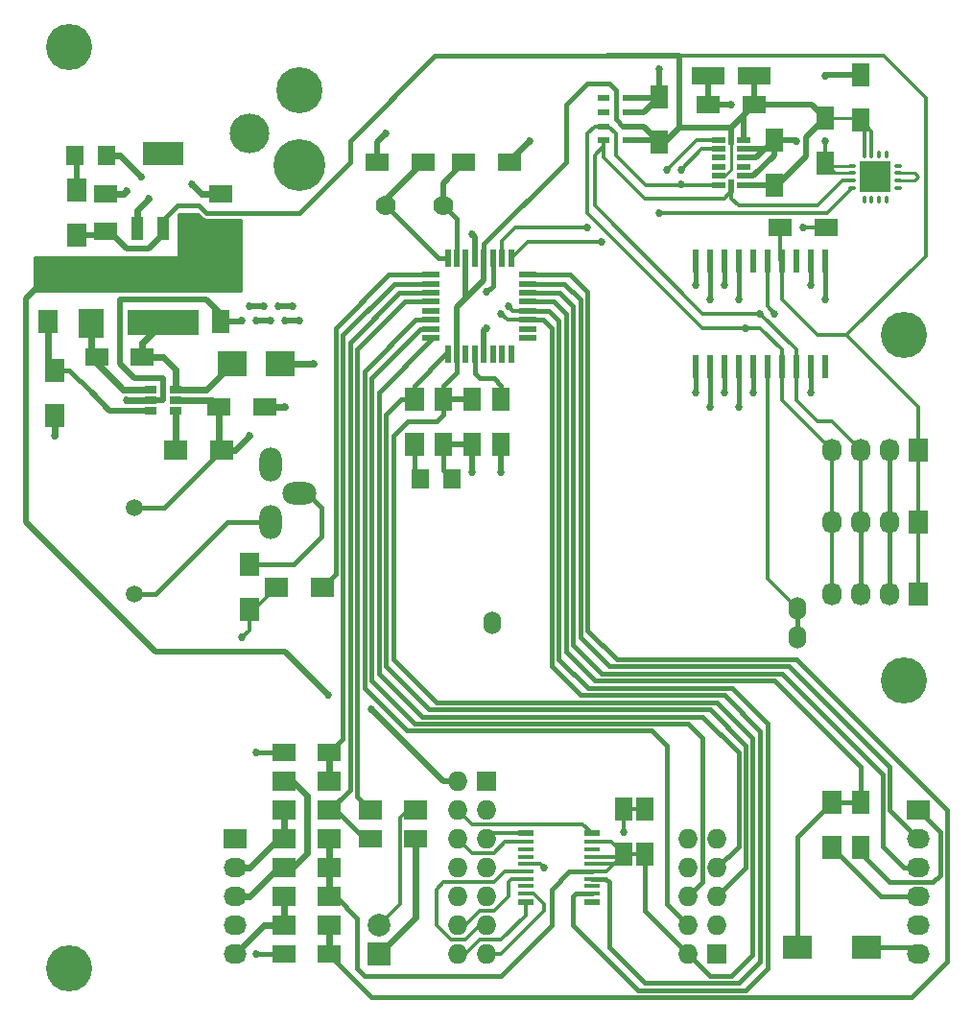
<source format=gbr>
G04 #@! TF.FileFunction,Copper,L1,Top,Signal*
%FSLAX46Y46*%
G04 Gerber Fmt 4.6, Leading zero omitted, Abs format (unit mm)*
G04 Created by KiCad (PCBNEW 4.0.2-stable) date 5/4/2016 5:53:34 PM*
%MOMM*%
G01*
G04 APERTURE LIST*
%ADD10C,0.127000*%
%ADD11O,2.999740X1.998980*%
%ADD12O,1.998980X2.999740*%
%ADD13R,2.000000X2.000000*%
%ADD14C,2.000000*%
%ADD15O,1.524000X2.032000*%
%ADD16R,2.000000X1.600000*%
%ADD17R,2.032000X1.524000*%
%ADD18R,1.600000X2.000000*%
%ADD19R,1.727200X2.032000*%
%ADD20O,1.727200X2.032000*%
%ADD21R,1.727200X1.727200*%
%ADD22O,1.727200X1.727200*%
%ADD23R,2.000000X1.700000*%
%ADD24R,1.700000X2.000000*%
%ADD25R,3.657600X2.032000*%
%ADD26R,1.016000X2.032000*%
%ADD27R,0.600000X2.000000*%
%ADD28R,1.350000X0.600000*%
%ADD29R,1.350000X0.400000*%
%ADD30C,1.500000*%
%ADD31R,2.999740X1.501140*%
%ADD32R,6.300000X2.200000*%
%ADD33O,0.800000X0.350000*%
%ADD34O,0.350000X0.800000*%
%ADD35R,1.350000X1.350000*%
%ADD36R,0.550000X1.145000*%
%ADD37R,1.145000X0.550000*%
%ADD38R,1.060000X0.650000*%
%ADD39R,1.100000X0.600000*%
%ADD40R,1.597660X1.800860*%
%ADD41R,0.550000X1.600000*%
%ADD42R,1.600000X0.550000*%
%ADD43R,2.500000X2.000000*%
%ADD44C,1.778000*%
%ADD45R,2.032000X1.727200*%
%ADD46O,2.032000X1.727200*%
%ADD47O,4.572000X4.572000*%
%ADD48O,4.064000X4.064000*%
%ADD49O,3.500120X3.500120*%
%ADD50R,2.499360X2.301240*%
%ADD51R,2.301240X2.499360*%
%ADD52C,4.064000*%
%ADD53C,0.685800*%
%ADD54C,0.400000*%
%ADD55C,0.300000*%
%ADD56C,0.600000*%
%ADD57C,0.500000*%
%ADD58C,0.254000*%
G04 APERTURE END LIST*
D10*
D11*
X63500000Y-125730000D03*
D12*
X60960000Y-123190000D03*
X60960000Y-128270000D03*
D13*
X70485000Y-166370000D03*
D14*
X70485000Y-163830000D03*
D15*
X107429300Y-135890000D03*
X80530700Y-137160000D03*
X107429300Y-138430000D03*
D16*
X105950000Y-102235000D03*
X109950000Y-102235000D03*
D17*
X56515000Y-102616000D03*
X56515000Y-99314000D03*
X46355000Y-102616000D03*
X46355000Y-99314000D03*
D18*
X93980000Y-153575000D03*
X93980000Y-157575000D03*
X92075000Y-153575000D03*
X92075000Y-157575000D03*
D19*
X118110000Y-134620000D03*
D20*
X115570000Y-134620000D03*
X113030000Y-134620000D03*
X110490000Y-134620000D03*
D19*
X118110000Y-121920000D03*
D20*
X115570000Y-121920000D03*
X113030000Y-121920000D03*
X110490000Y-121920000D03*
D19*
X118110000Y-128270000D03*
D20*
X115570000Y-128270000D03*
X113030000Y-128270000D03*
X110490000Y-128270000D03*
D21*
X80010000Y-151130000D03*
D22*
X77470000Y-151130000D03*
X80010000Y-153670000D03*
X77470000Y-153670000D03*
X80010000Y-156210000D03*
X77470000Y-156210000D03*
X80010000Y-158750000D03*
X77470000Y-158750000D03*
X80010000Y-161290000D03*
X77470000Y-161290000D03*
X80010000Y-163830000D03*
X77470000Y-163830000D03*
X80010000Y-166370000D03*
X77470000Y-166370000D03*
D23*
X65500000Y-133985000D03*
X61500000Y-133985000D03*
X69755000Y-153670000D03*
X73755000Y-153670000D03*
D24*
X59055000Y-131985000D03*
X59055000Y-135985000D03*
D25*
X51435000Y-95758000D03*
D26*
X51435000Y-102362000D03*
X53721000Y-102362000D03*
X49149000Y-102362000D03*
D27*
X109855000Y-114505000D03*
X109855000Y-105205000D03*
X108585000Y-114505000D03*
X108585000Y-105205000D03*
X107315000Y-114505000D03*
X107315000Y-105205000D03*
X106045000Y-114505000D03*
X106045000Y-105205000D03*
X104775000Y-114505000D03*
X104775000Y-105205000D03*
X103505000Y-114505000D03*
X103505000Y-105205000D03*
X102235000Y-114505000D03*
X102235000Y-105205000D03*
X100965000Y-114505000D03*
X100965000Y-105205000D03*
X99695000Y-114505000D03*
X99695000Y-105205000D03*
X98425000Y-114505000D03*
X98425000Y-105205000D03*
D28*
X83435000Y-161775000D03*
X89285000Y-161775000D03*
D29*
X83435000Y-161025000D03*
X89285000Y-161025000D03*
X83435000Y-160375000D03*
X89285000Y-160375000D03*
X83435000Y-159725000D03*
X89285000Y-159725000D03*
X83435000Y-159075000D03*
X89285000Y-159075000D03*
X83435000Y-158425000D03*
X89285000Y-158425000D03*
X83435000Y-157775000D03*
X89285000Y-157775000D03*
X83435000Y-157125000D03*
X89285000Y-157125000D03*
X83435000Y-156475000D03*
X89285000Y-156475000D03*
D28*
X83435000Y-155725000D03*
X89285000Y-155725000D03*
D30*
X48895000Y-134610000D03*
X48895000Y-127010000D03*
D23*
X62135000Y-151130000D03*
X66135000Y-151130000D03*
D18*
X109855000Y-92615000D03*
X109855000Y-96615000D03*
D31*
X99601020Y-88900000D03*
X103598980Y-88900000D03*
D18*
X105410000Y-98520000D03*
X105410000Y-94520000D03*
X78740000Y-117380000D03*
X78740000Y-121380000D03*
D16*
X103600000Y-91440000D03*
X99600000Y-91440000D03*
D18*
X76200000Y-117380000D03*
X76200000Y-121380000D03*
X81280000Y-117380000D03*
X81280000Y-121380000D03*
X113030000Y-88805000D03*
X113030000Y-92805000D03*
D16*
X82010000Y-96520000D03*
X78010000Y-96520000D03*
X70390000Y-96520000D03*
X74390000Y-96520000D03*
D18*
X113030000Y-156940000D03*
X113030000Y-152940000D03*
D16*
X56420000Y-118110000D03*
X60420000Y-118110000D03*
X45625000Y-113665000D03*
X49625000Y-113665000D03*
D18*
X56515000Y-106585000D03*
X56515000Y-110585000D03*
X95250000Y-94710000D03*
X95250000Y-90710000D03*
D32*
X51435000Y-110635000D03*
X51435000Y-106535000D03*
D24*
X73660000Y-117380000D03*
X73660000Y-121380000D03*
X110490000Y-156940000D03*
X110490000Y-152940000D03*
D23*
X56610000Y-121920000D03*
X52610000Y-121920000D03*
D24*
X41910000Y-114840000D03*
X41910000Y-118840000D03*
X43815000Y-102965000D03*
X43815000Y-98965000D03*
X41275000Y-106585000D03*
X41275000Y-110585000D03*
D33*
X112300000Y-96815000D03*
X112300000Y-97465000D03*
X112300000Y-98115000D03*
X112300000Y-98765000D03*
D34*
X113325000Y-99790000D03*
X113975000Y-99790000D03*
X114625000Y-99790000D03*
X115275000Y-99790000D03*
D33*
X116300000Y-98765000D03*
X116300000Y-98115000D03*
X116300000Y-97465000D03*
X116300000Y-96815000D03*
D34*
X115275000Y-95790000D03*
X114625000Y-95790000D03*
X113975000Y-95790000D03*
X113325000Y-95790000D03*
D35*
X114975000Y-98465000D03*
X114975000Y-97115000D03*
X113625000Y-98465000D03*
X113625000Y-97115000D03*
D36*
X101600000Y-98617500D03*
X101600000Y-94422500D03*
D37*
X100502500Y-98520000D03*
X102697500Y-98520000D03*
X100502500Y-97720000D03*
X102697500Y-97720000D03*
X100502500Y-96920000D03*
X102697500Y-96920000D03*
X100502500Y-96120000D03*
X102697500Y-96120000D03*
X100502500Y-95320000D03*
X102697500Y-95320000D03*
X100502500Y-94520000D03*
X102697500Y-94520000D03*
D38*
X50335000Y-116525000D03*
X50335000Y-117475000D03*
X50335000Y-118425000D03*
X52535000Y-118425000D03*
X52535000Y-116525000D03*
X52535000Y-117475000D03*
D39*
X90340000Y-94585000D03*
X92540000Y-94585000D03*
X90340000Y-93335000D03*
X92540000Y-93335000D03*
X90340000Y-92085000D03*
X92540000Y-92085000D03*
X90340000Y-90835000D03*
X92540000Y-90835000D03*
D40*
X74145140Y-124460000D03*
X76984860Y-124460000D03*
X43665140Y-95885000D03*
X46504860Y-95885000D03*
D41*
X82175000Y-104970000D03*
X81375000Y-104970000D03*
X80575000Y-104970000D03*
X79775000Y-104970000D03*
X78975000Y-104970000D03*
X78175000Y-104970000D03*
X77375000Y-104970000D03*
X76575000Y-104970000D03*
D42*
X75125000Y-106420000D03*
X75125000Y-107220000D03*
X75125000Y-108020000D03*
X75125000Y-108820000D03*
X75125000Y-109620000D03*
X75125000Y-110420000D03*
X75125000Y-111220000D03*
X75125000Y-112020000D03*
D41*
X76575000Y-113470000D03*
X77375000Y-113470000D03*
X78175000Y-113470000D03*
X78975000Y-113470000D03*
X79775000Y-113470000D03*
X80575000Y-113470000D03*
X81375000Y-113470000D03*
X82175000Y-113470000D03*
D42*
X83625000Y-112020000D03*
X83625000Y-111220000D03*
X83625000Y-110420000D03*
X83625000Y-109620000D03*
X83625000Y-108820000D03*
X83625000Y-108020000D03*
X83625000Y-107220000D03*
X83625000Y-106420000D03*
D43*
X113565000Y-165735000D03*
X107415000Y-165735000D03*
D44*
X76200000Y-100330000D03*
X71120000Y-100330000D03*
D45*
X118110000Y-153670000D03*
D46*
X118110000Y-156210000D03*
X118110000Y-158750000D03*
X118110000Y-161290000D03*
X118110000Y-163830000D03*
X118110000Y-166370000D03*
D16*
X66135000Y-148590000D03*
X62135000Y-148590000D03*
X69755000Y-156210000D03*
X73755000Y-156210000D03*
X66135000Y-166370000D03*
X62135000Y-166370000D03*
D23*
X62135000Y-158750000D03*
X66135000Y-158750000D03*
X62135000Y-156210000D03*
X66135000Y-156210000D03*
X62135000Y-153670000D03*
X66135000Y-153670000D03*
X62135000Y-161290000D03*
X66135000Y-161290000D03*
X62135000Y-163830000D03*
X66135000Y-163830000D03*
D45*
X57785000Y-156210000D03*
D46*
X57785000Y-158750000D03*
X57785000Y-161290000D03*
X57785000Y-163830000D03*
X57785000Y-166370000D03*
D47*
X63500000Y-96774000D03*
D48*
X63500000Y-90170000D03*
D49*
X59055000Y-93980000D03*
D50*
X57541160Y-114300000D03*
X61838840Y-114300000D03*
D51*
X45085000Y-110733840D03*
X45085000Y-106436160D03*
D21*
X100330000Y-166370000D03*
D22*
X97790000Y-166370000D03*
X100330000Y-163830000D03*
X97790000Y-163830000D03*
X100330000Y-161290000D03*
X97790000Y-161290000D03*
X100330000Y-158750000D03*
X97790000Y-158750000D03*
X100330000Y-156210000D03*
X97790000Y-156210000D03*
D52*
X43180000Y-167640000D03*
X43180000Y-86360000D03*
X116840000Y-142240000D03*
X116840000Y-111760000D03*
D53*
X92075000Y-155575000D03*
X85090000Y-158750000D03*
X107950000Y-102235000D03*
X80010000Y-107950000D03*
X109855000Y-94615000D03*
X109855000Y-108585000D03*
X102235000Y-108585000D03*
X100965000Y-107315000D03*
X99695000Y-108585000D03*
X98425000Y-107315000D03*
X108585000Y-116840000D03*
X103505000Y-116840000D03*
X102235000Y-118110000D03*
X100965000Y-116840000D03*
X99695000Y-118110000D03*
X98425000Y-116840000D03*
X48260000Y-117475000D03*
X53975000Y-98425000D03*
X49530000Y-97790000D03*
X50165000Y-99695000D03*
X48260000Y-99060000D03*
X64770000Y-114300000D03*
X62230000Y-118110000D03*
X41910000Y-120650000D03*
X59690000Y-148590000D03*
X101600000Y-91440000D03*
X95250000Y-88265000D03*
X78740000Y-102870000D03*
X83820000Y-94615000D03*
X80010000Y-111125000D03*
X71120000Y-93980000D03*
X109855000Y-88900000D03*
X78740000Y-123825000D03*
X81280000Y-123825000D03*
X107315000Y-94615000D03*
X59055000Y-109220000D03*
X60325000Y-109220000D03*
X61595000Y-109220000D03*
X62865000Y-109220000D03*
X63500000Y-110490000D03*
X62230000Y-110490000D03*
X60960000Y-110490000D03*
X59690000Y-110490000D03*
X58420000Y-110490000D03*
X108585000Y-107315000D03*
X59690000Y-166370000D03*
X59055000Y-120650000D03*
X97790000Y-166370000D03*
X69850000Y-144780000D03*
X66040000Y-143510000D03*
X104140000Y-109855000D03*
X81915000Y-109220000D03*
X95250000Y-100965000D03*
X97155000Y-98425000D03*
X81280000Y-109855000D03*
X102870000Y-111125000D03*
X58420000Y-138430000D03*
X105410000Y-109855000D03*
X97155000Y-97155000D03*
X90170000Y-103505000D03*
X88900000Y-102235000D03*
X95885000Y-97155000D03*
D54*
X107429300Y-135890000D02*
X107429300Y-138430000D01*
D55*
X104775000Y-114505000D02*
X104775000Y-133235700D01*
X104775000Y-133235700D02*
X107429300Y-135890000D01*
X92075000Y-153575000D02*
X92075000Y-155575000D01*
X92075000Y-153575000D02*
X93980000Y-153575000D01*
D54*
X115570000Y-121920000D02*
X115570000Y-128270000D01*
X115570000Y-128270000D02*
X115570000Y-134620000D01*
X113565000Y-165735000D02*
X117475000Y-165735000D01*
X117475000Y-165735000D02*
X118110000Y-166370000D01*
X92075000Y-153575000D02*
X92075000Y-153670000D01*
D55*
X83435000Y-158425000D02*
X84765000Y-158425000D01*
X84765000Y-158425000D02*
X85090000Y-158750000D01*
X109950000Y-102235000D02*
X107950000Y-102235000D01*
D54*
X80575000Y-104970000D02*
X80575000Y-107385000D01*
X80575000Y-107385000D02*
X80010000Y-107950000D01*
D55*
X109855000Y-96615000D02*
X109855000Y-94615000D01*
D54*
X109855000Y-105205000D02*
X109855000Y-108585000D01*
X102235000Y-105205000D02*
X102235000Y-108585000D01*
X100965000Y-105205000D02*
X100965000Y-107315000D01*
X99695000Y-105205000D02*
X99695000Y-108585000D01*
X98425000Y-105205000D02*
X98425000Y-107315000D01*
X108585000Y-114505000D02*
X108585000Y-116840000D01*
X103505000Y-114505000D02*
X103505000Y-116840000D01*
X102235000Y-114505000D02*
X102235000Y-118110000D01*
X100965000Y-114505000D02*
X100965000Y-116840000D01*
X99695000Y-114505000D02*
X99695000Y-118110000D01*
X98425000Y-114505000D02*
X98425000Y-116840000D01*
D56*
X50335000Y-117475000D02*
X48260000Y-117475000D01*
X56515000Y-99314000D02*
X54864000Y-99314000D01*
X54864000Y-99314000D02*
X53975000Y-98425000D01*
X46504860Y-95885000D02*
X47625000Y-95885000D01*
X47625000Y-95885000D02*
X49530000Y-97790000D01*
X49149000Y-102362000D02*
X49149000Y-100711000D01*
X49149000Y-100711000D02*
X50165000Y-99695000D01*
D57*
X51435000Y-117475000D02*
X51435000Y-115570000D01*
X50335000Y-117475000D02*
X51435000Y-117475000D01*
X55245000Y-108585000D02*
X56515000Y-109855000D01*
X47625000Y-108585000D02*
X55245000Y-108585000D01*
X47625000Y-114300000D02*
X47625000Y-108585000D01*
X48895000Y-115570000D02*
X47625000Y-114300000D01*
X51435000Y-115570000D02*
X48895000Y-115570000D01*
X56515000Y-109855000D02*
X56515000Y-110585000D01*
D56*
X46355000Y-99314000D02*
X48006000Y-99314000D01*
X48006000Y-99314000D02*
X48260000Y-99060000D01*
X61838840Y-114300000D02*
X64770000Y-114300000D01*
X60420000Y-118110000D02*
X62230000Y-118110000D01*
X41910000Y-118840000D02*
X41910000Y-120650000D01*
D54*
X76200000Y-121380000D02*
X76200000Y-123675140D01*
X76200000Y-123675140D02*
X76984860Y-124460000D01*
X62135000Y-148590000D02*
X59690000Y-148590000D01*
D56*
X73755000Y-156210000D02*
X73755000Y-163100000D01*
X73755000Y-163100000D02*
X70485000Y-166370000D01*
D54*
X49149000Y-102362000D02*
X49149000Y-102108000D01*
D57*
X76200000Y-121380000D02*
X78740000Y-121380000D01*
X99600000Y-91440000D02*
X101600000Y-91440000D01*
X95250000Y-90710000D02*
X95250000Y-88265000D01*
X78975000Y-104970000D02*
X78975000Y-103105000D01*
X78975000Y-103105000D02*
X78740000Y-102870000D01*
X82010000Y-96520000D02*
X82010000Y-96425000D01*
X82010000Y-96425000D02*
X83820000Y-94615000D01*
X79775000Y-113470000D02*
X79775000Y-111360000D01*
X79775000Y-111360000D02*
X80010000Y-111125000D01*
X70390000Y-96520000D02*
X70390000Y-94710000D01*
X70390000Y-94710000D02*
X71120000Y-93980000D01*
X92540000Y-92085000D02*
X93875000Y-92085000D01*
X93875000Y-92085000D02*
X95250000Y-90710000D01*
X92540000Y-90835000D02*
X95125000Y-90835000D01*
X95125000Y-90835000D02*
X95250000Y-90710000D01*
D58*
X112300000Y-97465000D02*
X110705000Y-97465000D01*
X110705000Y-97465000D02*
X109855000Y-96615000D01*
X112300000Y-96815000D02*
X110055000Y-96815000D01*
X110055000Y-96815000D02*
X109855000Y-96615000D01*
D57*
X113030000Y-88805000D02*
X109950000Y-88805000D01*
X109950000Y-88805000D02*
X109855000Y-88900000D01*
X78740000Y-121380000D02*
X78740000Y-123825000D01*
X81280000Y-121380000D02*
X81280000Y-123825000D01*
X102697500Y-97720000D02*
X103575000Y-97720000D01*
X105410000Y-95885000D02*
X105410000Y-94520000D01*
X103575000Y-97720000D02*
X105410000Y-95885000D01*
X105410000Y-94520000D02*
X107220000Y-94520000D01*
X107220000Y-94520000D02*
X107315000Y-94615000D01*
X102697500Y-96120000D02*
X103810000Y-96120000D01*
X103810000Y-96120000D02*
X105410000Y-94520000D01*
X102697500Y-95320000D02*
X104610000Y-95320000D01*
X104610000Y-95320000D02*
X105410000Y-94520000D01*
X99600000Y-91440000D02*
X99600000Y-88901020D01*
X99600000Y-88901020D02*
X99601020Y-88900000D01*
X56515000Y-110585000D02*
X58325000Y-110585000D01*
X60325000Y-109220000D02*
X59055000Y-109220000D01*
X62865000Y-109220000D02*
X61595000Y-109220000D01*
X62230000Y-110490000D02*
X63500000Y-110490000D01*
X59690000Y-110490000D02*
X60960000Y-110490000D01*
X58325000Y-110585000D02*
X58420000Y-110490000D01*
D54*
X108585000Y-105205000D02*
X108585000Y-107315000D01*
X62135000Y-166370000D02*
X59690000Y-166370000D01*
D56*
X57785000Y-121920000D02*
X56610000Y-121920000D01*
X59055000Y-120650000D02*
X57785000Y-121920000D01*
D54*
X48895000Y-127010000D02*
X51520000Y-127010000D01*
X51520000Y-127010000D02*
X56610000Y-121920000D01*
D56*
X52535000Y-117475000D02*
X55785000Y-117475000D01*
X55785000Y-117475000D02*
X56420000Y-118110000D01*
X56420000Y-118110000D02*
X56420000Y-121730000D01*
X56420000Y-121730000D02*
X56610000Y-121920000D01*
D54*
X97790000Y-166370000D02*
X93980000Y-162560000D01*
X93980000Y-162560000D02*
X93980000Y-157575000D01*
D55*
X92075000Y-157575000D02*
X93980000Y-157575000D01*
X89285000Y-156475000D02*
X90975000Y-156475000D01*
X90975000Y-156475000D02*
X92075000Y-157575000D01*
X89285000Y-157775000D02*
X91875000Y-157775000D01*
X91875000Y-157775000D02*
X92075000Y-157575000D01*
X89285000Y-158425000D02*
X91225000Y-158425000D01*
X91225000Y-158425000D02*
X92075000Y-157575000D01*
X89285000Y-159075000D02*
X90575000Y-159075000D01*
X90575000Y-159075000D02*
X92075000Y-157575000D01*
D54*
X118110000Y-161290000D02*
X114840000Y-161290000D01*
X114840000Y-161290000D02*
X110490000Y-156940000D01*
X97790000Y-166370000D02*
X97155000Y-166370000D01*
X89285000Y-159075000D02*
X87305000Y-159075000D01*
X87305000Y-159075000D02*
X85725000Y-160655000D01*
X85725000Y-160655000D02*
X85725000Y-163830000D01*
X85725000Y-163830000D02*
X81280000Y-168275000D01*
X81280000Y-168275000D02*
X72390000Y-168275000D01*
X68580000Y-163195000D02*
X66675000Y-161290000D01*
X69215000Y-168275000D02*
X72390000Y-168275000D01*
X68580000Y-167640000D02*
X69215000Y-168275000D01*
X68580000Y-163195000D02*
X68580000Y-167640000D01*
D55*
X91875000Y-157775000D02*
X92075000Y-157575000D01*
X97060000Y-87088980D02*
X115028980Y-87088980D01*
X118745000Y-104775000D02*
X111760000Y-111760000D01*
X118745000Y-90805000D02*
X118745000Y-104775000D01*
X115028980Y-87088980D02*
X118745000Y-90805000D01*
X118110000Y-134620000D02*
X118110000Y-128270000D01*
X118110000Y-121920000D02*
X118110000Y-128270000D01*
X106045000Y-105205000D02*
X106045000Y-108585000D01*
X106045000Y-108585000D02*
X109220000Y-111760000D01*
X109220000Y-111760000D02*
X111760000Y-111760000D01*
X118110000Y-118110000D02*
X118110000Y-121920000D01*
X111760000Y-111760000D02*
X118110000Y-118110000D01*
D54*
X79775000Y-104970000D02*
X79775000Y-103740000D01*
X91440000Y-92710000D02*
X92065000Y-93335000D01*
X91440000Y-90170000D02*
X91440000Y-92710000D01*
X90805000Y-89535000D02*
X91440000Y-90170000D01*
X88900000Y-89535000D02*
X90805000Y-89535000D01*
X86995000Y-91440000D02*
X88900000Y-89535000D01*
X86995000Y-96520000D02*
X86995000Y-91440000D01*
X79775000Y-103740000D02*
X86995000Y-96520000D01*
X92065000Y-93335000D02*
X92540000Y-93335000D01*
D55*
X105950000Y-102235000D02*
X105950000Y-105110000D01*
X105950000Y-105110000D02*
X106045000Y-105205000D01*
X106045000Y-102330000D02*
X105950000Y-102235000D01*
X113975000Y-95790000D02*
X113975000Y-93750000D01*
X113975000Y-93750000D02*
X113030000Y-92805000D01*
X113325000Y-95790000D02*
X113325000Y-93100000D01*
X113325000Y-93100000D02*
X113030000Y-92805000D01*
X105950000Y-99060000D02*
X105410000Y-98520000D01*
D54*
X66135000Y-161290000D02*
X66675000Y-161290000D01*
X76200000Y-117380000D02*
X76200000Y-118745000D01*
X99695000Y-168275000D02*
X97790000Y-166370000D01*
X101600000Y-168275000D02*
X99695000Y-168275000D01*
X103470002Y-166404998D02*
X101600000Y-168275000D01*
X103470002Y-147285002D02*
X103470002Y-166404998D01*
X100330000Y-144145000D02*
X103470002Y-147285002D01*
X75565000Y-144145000D02*
X100330000Y-144145000D01*
X71755000Y-140335000D02*
X75565000Y-144145000D01*
X71755000Y-120650000D02*
X71755000Y-140335000D01*
X73025000Y-119380000D02*
X71755000Y-120650000D01*
X75565000Y-119380000D02*
X73025000Y-119380000D01*
X76200000Y-118745000D02*
X75565000Y-119380000D01*
X77375000Y-113470000D02*
X77375000Y-115030000D01*
X76200000Y-116205000D02*
X76200000Y-117380000D01*
X77375000Y-115030000D02*
X76200000Y-116205000D01*
X51435000Y-102362000D02*
X51435000Y-101600000D01*
X51435000Y-101600000D02*
X52705000Y-100330000D01*
X75471020Y-87088980D02*
X90711020Y-87088980D01*
X67945000Y-94615000D02*
X75471020Y-87088980D01*
X67945000Y-96520000D02*
X67945000Y-94615000D01*
X63500000Y-100965000D02*
X67945000Y-96520000D01*
X55245000Y-100965000D02*
X63500000Y-100965000D01*
X54610000Y-100330000D02*
X55245000Y-100965000D01*
X52705000Y-100330000D02*
X54610000Y-100330000D01*
D56*
X66135000Y-158750000D02*
X66135000Y-156210000D01*
X66135000Y-161290000D02*
X66135000Y-158750000D01*
D57*
X97060000Y-93440000D02*
X97060000Y-87088980D01*
X43815000Y-102965000D02*
X46006000Y-102965000D01*
X46006000Y-102965000D02*
X46355000Y-102616000D01*
X95250000Y-94710000D02*
X95790000Y-94710000D01*
X95790000Y-94710000D02*
X97060000Y-93440000D01*
X97060000Y-93440000D02*
X101600000Y-93440000D01*
X105410000Y-98520000D02*
X105696000Y-98520000D01*
X105696000Y-98520000D02*
X108204000Y-96012000D01*
X108204000Y-94266000D02*
X109855000Y-92615000D01*
X108204000Y-96012000D02*
X108204000Y-94266000D01*
X103600000Y-91440000D02*
X108680000Y-91440000D01*
X108680000Y-91440000D02*
X109855000Y-92615000D01*
X90711020Y-87088980D02*
X97060000Y-87088980D01*
X79775000Y-104970000D02*
X79775000Y-106915000D01*
X79775000Y-106915000D02*
X77375000Y-109315000D01*
X77375000Y-113470000D02*
X77375000Y-109315000D01*
X78175000Y-108515000D02*
X78175000Y-104970000D01*
X77375000Y-109315000D02*
X78175000Y-108515000D01*
X92540000Y-94585000D02*
X95125000Y-94585000D01*
X95125000Y-94585000D02*
X95250000Y-94710000D01*
X92540000Y-93335000D02*
X93875000Y-93335000D01*
X93875000Y-93335000D02*
X95250000Y-94710000D01*
D58*
X109855000Y-92615000D02*
X112840000Y-92615000D01*
X112840000Y-92615000D02*
X113030000Y-92805000D01*
D57*
X78740000Y-117380000D02*
X76200000Y-117380000D01*
D58*
X100502500Y-97720000D02*
X101035000Y-97720000D01*
X101035000Y-97720000D02*
X101600000Y-97155000D01*
X101600000Y-97155000D02*
X101600000Y-94422500D01*
D57*
X101600000Y-94422500D02*
X101600000Y-93440000D01*
X101600000Y-93440000D02*
X103600000Y-91440000D01*
X102697500Y-94520000D02*
X102697500Y-92342500D01*
X102697500Y-92342500D02*
X103600000Y-91440000D01*
X103600000Y-91440000D02*
X103600000Y-88901020D01*
X103600000Y-88901020D02*
X103598980Y-88900000D01*
X102697500Y-98520000D02*
X105410000Y-98520000D01*
X46355000Y-102616000D02*
X46736000Y-102616000D01*
X46736000Y-102616000D02*
X48260000Y-104140000D01*
X48260000Y-104140000D02*
X50165000Y-104140000D01*
X50165000Y-104140000D02*
X51435000Y-102870000D01*
X51435000Y-102870000D02*
X51435000Y-102362000D01*
X77470000Y-151130000D02*
X76200000Y-151130000D01*
X76200000Y-151130000D02*
X69850000Y-144780000D01*
X66040000Y-143510000D02*
X62230000Y-139700000D01*
X62230000Y-139700000D02*
X50800000Y-139700000D01*
X50800000Y-139700000D02*
X39370000Y-128270000D01*
X39370000Y-128270000D02*
X39370000Y-108490000D01*
X39370000Y-108490000D02*
X41275000Y-106585000D01*
D56*
X45085000Y-106436160D02*
X51336160Y-106436160D01*
X51336160Y-106436160D02*
X51435000Y-106535000D01*
X41275000Y-106585000D02*
X44936160Y-106585000D01*
X44936160Y-106585000D02*
X45085000Y-106436160D01*
D57*
X56515000Y-106585000D02*
X56515000Y-102616000D01*
X56515000Y-102616000D02*
X56261000Y-102362000D01*
X56261000Y-102362000D02*
X53721000Y-102362000D01*
X56515000Y-106585000D02*
X51485000Y-106585000D01*
X51485000Y-106585000D02*
X51435000Y-106535000D01*
X51385000Y-106585000D02*
X51435000Y-106535000D01*
D56*
X73755000Y-153670000D02*
X73025000Y-153670000D01*
D55*
X73025000Y-153670000D02*
X72390000Y-154305000D01*
X72390000Y-161925000D02*
X70485000Y-163830000D01*
X72390000Y-154305000D02*
X72390000Y-161925000D01*
D54*
X113030000Y-134620000D02*
X113030000Y-128270000D01*
X89285000Y-161025000D02*
X87895000Y-161025000D01*
X87895000Y-161025000D02*
X87630000Y-161290000D01*
X87630000Y-161290000D02*
X87630000Y-163830000D01*
X87630000Y-163830000D02*
X93345000Y-169545000D01*
X93345000Y-169545000D02*
X102870000Y-169545000D01*
X102870000Y-169545000D02*
X104775000Y-167640000D01*
X104775000Y-167640000D02*
X104775000Y-146050000D01*
X85490000Y-109620000D02*
X83625000Y-109620000D01*
X101634998Y-142909998D02*
X104775000Y-146050000D01*
X88934998Y-142909998D02*
X101634998Y-142909998D01*
X86360000Y-140335000D02*
X88934998Y-142909998D01*
X86360000Y-110490000D02*
X86360000Y-140335000D01*
X85490000Y-109620000D02*
X86360000Y-110490000D01*
D55*
X113030000Y-121920000D02*
X113030000Y-128270000D01*
X107315000Y-114505000D02*
X107315000Y-117475000D01*
X110490000Y-119380000D02*
X113030000Y-121920000D01*
X109220000Y-119380000D02*
X110490000Y-119380000D01*
X107315000Y-117475000D02*
X109220000Y-119380000D01*
X83625000Y-109620000D02*
X82315000Y-109620000D01*
X82315000Y-109620000D02*
X81915000Y-109220000D01*
X101600000Y-98617500D02*
X101600000Y-99695000D01*
X111435000Y-98115000D02*
X112300000Y-98115000D01*
X109220000Y-100330000D02*
X111435000Y-98115000D01*
X102235000Y-100330000D02*
X109220000Y-100330000D01*
X101600000Y-99695000D02*
X102235000Y-100330000D01*
X101600000Y-98617500D02*
X101600000Y-99060000D01*
X101600000Y-99060000D02*
X100965000Y-99695000D01*
X90340000Y-96055000D02*
X90340000Y-94585000D01*
X93980000Y-99695000D02*
X90340000Y-96055000D01*
X100965000Y-99695000D02*
X93980000Y-99695000D01*
X90340000Y-94585000D02*
X90340000Y-95080000D01*
X99060000Y-109855000D02*
X104140000Y-109855000D01*
X89535000Y-100330000D02*
X99060000Y-109855000D01*
X89535000Y-95885000D02*
X89535000Y-100330000D01*
X90340000Y-95080000D02*
X89535000Y-95885000D01*
X104140000Y-109855000D02*
X107315000Y-113030000D01*
X107315000Y-113030000D02*
X107315000Y-114505000D01*
D54*
X100965000Y-143510000D02*
X104140000Y-146685000D01*
X102235000Y-168910000D02*
X104140000Y-167005000D01*
X104140000Y-167005000D02*
X104140000Y-146685000D01*
X90510000Y-159725000D02*
X89285000Y-159725000D01*
X93980000Y-168910000D02*
X97155000Y-168910000D01*
X90805000Y-165735000D02*
X93980000Y-168910000D01*
X90805000Y-160020000D02*
X90805000Y-165735000D01*
X90510000Y-159725000D02*
X90805000Y-160020000D01*
X83625000Y-110420000D02*
X85020000Y-110420000D01*
X85020000Y-110420000D02*
X85725000Y-111125000D01*
X85725000Y-111125000D02*
X85725000Y-140970000D01*
X85725000Y-140970000D02*
X88265000Y-143510000D01*
X88265000Y-143510000D02*
X100965000Y-143510000D01*
X97155000Y-168910000D02*
X102235000Y-168910000D01*
D55*
X110490000Y-134620000D02*
X110490000Y-128270000D01*
X110490000Y-128270000D02*
X110490000Y-121920000D01*
X106045000Y-114505000D02*
X106045000Y-117475000D01*
X106045000Y-117475000D02*
X110490000Y-121920000D01*
X110100000Y-100965000D02*
X95250000Y-100965000D01*
X112300000Y-98765000D02*
X110100000Y-100965000D01*
X97250000Y-98520000D02*
X100502500Y-98520000D01*
X97155000Y-98425000D02*
X97250000Y-98520000D01*
X102870000Y-111125000D02*
X99060000Y-111125000D01*
X89545000Y-93335000D02*
X90340000Y-93335000D01*
X88900000Y-93980000D02*
X89545000Y-93335000D01*
X88900000Y-100965000D02*
X88900000Y-93980000D01*
X99060000Y-111125000D02*
X88900000Y-100965000D01*
X106045000Y-114505000D02*
X106045000Y-113030000D01*
X81845000Y-110420000D02*
X81280000Y-109855000D01*
X81845000Y-110420000D02*
X83625000Y-110420000D01*
X104140000Y-111125000D02*
X102870000Y-111125000D01*
X106045000Y-113030000D02*
X104140000Y-111125000D01*
X90340000Y-93335000D02*
X90795000Y-93335000D01*
X90795000Y-93335000D02*
X91440000Y-93980000D01*
X91440000Y-93980000D02*
X91440000Y-95885000D01*
X91440000Y-95885000D02*
X94075000Y-98520000D01*
X94075000Y-98520000D02*
X100502500Y-98520000D01*
X77470000Y-153670000D02*
X78740000Y-154940000D01*
X88500000Y-154940000D02*
X89285000Y-155725000D01*
X85090000Y-154940000D02*
X88500000Y-154940000D01*
X78740000Y-154940000D02*
X85090000Y-154940000D01*
X80010000Y-156210000D02*
X80495000Y-155725000D01*
X80495000Y-155725000D02*
X83435000Y-155725000D01*
X77470000Y-156210000D02*
X78740000Y-157480000D01*
X81650000Y-156475000D02*
X83435000Y-156475000D01*
X80645000Y-157480000D02*
X81650000Y-156475000D01*
X78740000Y-157480000D02*
X80645000Y-157480000D01*
X80010000Y-163830000D02*
X79375000Y-163830000D01*
X79375000Y-163830000D02*
X78105000Y-165100000D01*
X78105000Y-165100000D02*
X76835000Y-165100000D01*
X76835000Y-165100000D02*
X75565000Y-163830000D01*
X75565000Y-163830000D02*
X75565000Y-160655000D01*
X75565000Y-160655000D02*
X76200000Y-160020000D01*
X76200000Y-160020000D02*
X80645000Y-160020000D01*
X80645000Y-160020000D02*
X81590000Y-159075000D01*
X81590000Y-159075000D02*
X83435000Y-159075000D01*
X77470000Y-163830000D02*
X78105000Y-163830000D01*
X78105000Y-163830000D02*
X79375000Y-162560000D01*
X79375000Y-162560000D02*
X80645000Y-162560000D01*
X80645000Y-162560000D02*
X81915000Y-161290000D01*
X81915000Y-161290000D02*
X81915000Y-160020000D01*
X81915000Y-160020000D02*
X82210000Y-159725000D01*
X82210000Y-159725000D02*
X83435000Y-159725000D01*
X80010000Y-166370000D02*
X81280000Y-166370000D01*
X84190000Y-161025000D02*
X83435000Y-161025000D01*
X85090000Y-161925000D02*
X84190000Y-161025000D01*
X85090000Y-162560000D02*
X85090000Y-161925000D01*
X81280000Y-166370000D02*
X85090000Y-162560000D01*
X77470000Y-166370000D02*
X78105000Y-166370000D01*
X78105000Y-166370000D02*
X79375000Y-165100000D01*
X79375000Y-165100000D02*
X81280000Y-165100000D01*
X81280000Y-165100000D02*
X83435000Y-162945000D01*
X83435000Y-162945000D02*
X83435000Y-161775000D01*
D54*
X59055000Y-131985000D02*
X62960000Y-131985000D01*
X65405000Y-127000000D02*
X64135000Y-125730000D01*
X65405000Y-129540000D02*
X65405000Y-127000000D01*
X62960000Y-131985000D02*
X65405000Y-129540000D01*
X64135000Y-125730000D02*
X63500000Y-125730000D01*
D55*
X104775000Y-105205000D02*
X104775000Y-109220000D01*
X59055000Y-137795000D02*
X59055000Y-135985000D01*
X58420000Y-138430000D02*
X59055000Y-137795000D01*
X104775000Y-109220000D02*
X105410000Y-109855000D01*
X59055000Y-135985000D02*
X59500000Y-135985000D01*
X59500000Y-135985000D02*
X61500000Y-133985000D01*
D54*
X78975000Y-113470000D02*
X78975000Y-115170000D01*
X81280000Y-116205000D02*
X81280000Y-117380000D01*
X80645000Y-115570000D02*
X81280000Y-116205000D01*
X79375000Y-115570000D02*
X80645000Y-115570000D01*
X78975000Y-115170000D02*
X79375000Y-115570000D01*
D57*
X81515000Y-117145000D02*
X81280000Y-117380000D01*
X76200000Y-100330000D02*
X76200000Y-98330000D01*
X76200000Y-98330000D02*
X78010000Y-96520000D01*
D54*
X77375000Y-104970000D02*
X77375000Y-101505000D01*
X77375000Y-101505000D02*
X76200000Y-100330000D01*
D57*
X71120000Y-100330000D02*
X71120000Y-99790000D01*
X71120000Y-99790000D02*
X74390000Y-96520000D01*
D54*
X76575000Y-104970000D02*
X75760000Y-104970000D01*
X75760000Y-104970000D02*
X71120000Y-100330000D01*
X107415000Y-165735000D02*
X107415000Y-156015000D01*
X107415000Y-156015000D02*
X110490000Y-152940000D01*
X113030000Y-152940000D02*
X110490000Y-152940000D01*
X113030000Y-152940000D02*
X113030000Y-149860000D01*
X113030000Y-149860000D02*
X111760000Y-148590000D01*
X85960000Y-108820000D02*
X86995000Y-109855000D01*
X86995000Y-109855000D02*
X86995000Y-139700000D01*
X86995000Y-139700000D02*
X89535000Y-142240000D01*
X89535000Y-142240000D02*
X105410000Y-142240000D01*
X105410000Y-142240000D02*
X111760000Y-148590000D01*
X85960000Y-108820000D02*
X83625000Y-108820000D01*
D56*
X45625000Y-114300000D02*
X45720000Y-114300000D01*
X45720000Y-114300000D02*
X47945000Y-116525000D01*
X47945000Y-116525000D02*
X50335000Y-116525000D01*
X45085000Y-110733840D02*
X45085000Y-113760000D01*
X45085000Y-113760000D02*
X45625000Y-114300000D01*
X49625000Y-113665000D02*
X49625000Y-112445000D01*
X49625000Y-112445000D02*
X51435000Y-110635000D01*
X49625000Y-113665000D02*
X51435000Y-113665000D01*
X52535000Y-114765000D02*
X52535000Y-116525000D01*
X51435000Y-113665000D02*
X52535000Y-114765000D01*
X52535000Y-116525000D02*
X55316160Y-116525000D01*
X55316160Y-116525000D02*
X57541160Y-114300000D01*
X56906160Y-113665000D02*
X57541160Y-114300000D01*
D54*
X66675000Y-131445000D02*
X66675000Y-132810000D01*
X71380000Y-106420000D02*
X66675000Y-111125000D01*
X66675000Y-111125000D02*
X66675000Y-131445000D01*
X75125000Y-106420000D02*
X71380000Y-106420000D01*
X66675000Y-132810000D02*
X65500000Y-133985000D01*
D55*
X82175000Y-104970000D02*
X83640000Y-103505000D01*
X98990000Y-95320000D02*
X100502500Y-95320000D01*
X97155000Y-97155000D02*
X98990000Y-95320000D01*
X83640000Y-103505000D02*
X90170000Y-103505000D01*
D54*
X66135000Y-166370000D02*
X66135000Y-166465000D01*
X66135000Y-166465000D02*
X69850000Y-170180000D01*
X88900000Y-107950000D02*
X88900000Y-137795000D01*
X88900000Y-137795000D02*
X91474998Y-140369998D01*
X91474998Y-140369998D02*
X107349998Y-140369998D01*
X107349998Y-140369998D02*
X118110000Y-151130000D01*
X87370000Y-106420000D02*
X88900000Y-107950000D01*
X83625000Y-106420000D02*
X87370000Y-106420000D01*
X120650000Y-153670000D02*
X118110000Y-151130000D01*
X120650000Y-167005000D02*
X120650000Y-153670000D01*
X117475000Y-170180000D02*
X120650000Y-167005000D01*
X69850000Y-170180000D02*
X117475000Y-170180000D01*
D56*
X66135000Y-166370000D02*
X66135000Y-163830000D01*
D54*
X73660000Y-117380000D02*
X72485000Y-117380000D01*
X102870000Y-158750000D02*
X100330000Y-161290000D01*
X102870000Y-147955000D02*
X102870000Y-158750000D01*
X99695000Y-144780000D02*
X102870000Y-147955000D01*
X74930000Y-144780000D02*
X99695000Y-144780000D01*
X71120000Y-140970000D02*
X74930000Y-144780000D01*
X71120000Y-118745000D02*
X71120000Y-140970000D01*
X72485000Y-117380000D02*
X71120000Y-118745000D01*
X76575000Y-113470000D02*
X76395000Y-113470000D01*
X76395000Y-113470000D02*
X73660000Y-116205000D01*
X73660000Y-116205000D02*
X73660000Y-117380000D01*
X73660000Y-121380000D02*
X73660000Y-123974860D01*
X73660000Y-123974860D02*
X74145140Y-124460000D01*
D56*
X52535000Y-118425000D02*
X52535000Y-121845000D01*
X52535000Y-121845000D02*
X52610000Y-121920000D01*
X41275000Y-110585000D02*
X41275000Y-114205000D01*
X41275000Y-114205000D02*
X41910000Y-114840000D01*
D54*
X41910000Y-114840000D02*
X43180000Y-114840000D01*
X43180000Y-114840000D02*
X45085000Y-116745000D01*
D57*
X50335000Y-118425000D02*
X46765000Y-118425000D01*
X46765000Y-118425000D02*
X45085000Y-116745000D01*
X43815000Y-98965000D02*
X43815000Y-96034860D01*
X43815000Y-96034860D02*
X43665140Y-95885000D01*
D58*
X116300000Y-97465000D02*
X117785000Y-97465000D01*
X117785000Y-98115000D02*
X118110000Y-97790000D01*
X117785000Y-98115000D02*
X116300000Y-98115000D01*
X117785000Y-97465000D02*
X118110000Y-97790000D01*
D55*
X100502500Y-94520000D02*
X98520000Y-94520000D01*
X81375000Y-103410000D02*
X81375000Y-104970000D01*
X82550000Y-102235000D02*
X81375000Y-103410000D01*
X88900000Y-102235000D02*
X82550000Y-102235000D01*
X98520000Y-94520000D02*
X95885000Y-97155000D01*
D54*
X75125000Y-107220000D02*
X71850000Y-107220000D01*
X67310000Y-147415000D02*
X66135000Y-148590000D01*
X67310000Y-111760000D02*
X67310000Y-147415000D01*
X71850000Y-107220000D02*
X67310000Y-111760000D01*
D56*
X66135000Y-151130000D02*
X66135000Y-148590000D01*
D54*
X75125000Y-108020000D02*
X72320000Y-108020000D01*
X67945000Y-151860000D02*
X66135000Y-153670000D01*
X67945000Y-112395000D02*
X67945000Y-151860000D01*
X72320000Y-108020000D02*
X67945000Y-112395000D01*
X66135000Y-153670000D02*
X66675000Y-153670000D01*
X66675000Y-153670000D02*
X69215000Y-156210000D01*
X69215000Y-156210000D02*
X69755000Y-156210000D01*
X75125000Y-108820000D02*
X72790000Y-108820000D01*
X68580000Y-152495000D02*
X69755000Y-153670000D01*
X68580000Y-113030000D02*
X68580000Y-152495000D01*
X72790000Y-108820000D02*
X68580000Y-113030000D01*
X114935000Y-150495000D02*
X114935000Y-156845000D01*
X86430000Y-108020000D02*
X87630000Y-109220000D01*
X87630000Y-109220000D02*
X87630000Y-139065000D01*
X87630000Y-139065000D02*
X90170000Y-141605000D01*
X90170000Y-141605000D02*
X106045000Y-141605000D01*
X106045000Y-141605000D02*
X114935000Y-150495000D01*
X83625000Y-108020000D02*
X86430000Y-108020000D01*
X116840000Y-158750000D02*
X118110000Y-158750000D01*
X114935000Y-156845000D02*
X116840000Y-158750000D01*
X118110000Y-156210000D02*
X115535002Y-153635002D01*
X115535002Y-153635002D02*
X115535002Y-149825002D01*
X83625000Y-107220000D02*
X86900000Y-107220000D01*
X106680000Y-140970000D02*
X115535002Y-149825002D01*
X90805000Y-140970000D02*
X106680000Y-140970000D01*
X88265000Y-138430000D02*
X90805000Y-140970000D01*
X88265000Y-108585000D02*
X88265000Y-138430000D01*
X86900000Y-107220000D02*
X88265000Y-108585000D01*
X48895000Y-134610000D02*
X50810000Y-134610000D01*
X57150000Y-128270000D02*
X60960000Y-128270000D01*
X50810000Y-134610000D02*
X57150000Y-128270000D01*
X113030000Y-156940000D02*
X113030000Y-157480000D01*
X113030000Y-157480000D02*
X115570000Y-160020000D01*
X115570000Y-160020000D02*
X119380000Y-160020000D01*
X119380000Y-160020000D02*
X120015000Y-159385000D01*
X120015000Y-159385000D02*
X120015000Y-155575000D01*
X120015000Y-155575000D02*
X118110000Y-153670000D01*
D56*
X57785000Y-161290000D02*
X59055000Y-161290000D01*
X59055000Y-161290000D02*
X61595000Y-158750000D01*
X61595000Y-158750000D02*
X62135000Y-158750000D01*
X62135000Y-158750000D02*
X62865000Y-158750000D01*
X62865000Y-158750000D02*
X64135000Y-157480000D01*
X64135000Y-152400000D02*
X62865000Y-151130000D01*
X64135000Y-157480000D02*
X64135000Y-152400000D01*
X62865000Y-151130000D02*
X62135000Y-151130000D01*
X57785000Y-158750000D02*
X59055000Y-158750000D01*
X59055000Y-158750000D02*
X61595000Y-156210000D01*
X61595000Y-156210000D02*
X62135000Y-156210000D01*
X62135000Y-153670000D02*
X62135000Y-156210000D01*
X60325000Y-163830000D02*
X62135000Y-163830000D01*
X62135000Y-161290000D02*
X62135000Y-163830000D01*
X57785000Y-166370000D02*
X60325000Y-163830000D01*
D54*
X75125000Y-110420000D02*
X73730000Y-110420000D01*
X95885000Y-161925000D02*
X97790000Y-163830000D01*
X95885000Y-147955000D02*
X95885000Y-161925000D01*
X94580002Y-146650002D02*
X95885000Y-147955000D01*
X72990002Y-146650002D02*
X94580002Y-146650002D01*
X69215000Y-142875000D02*
X72990002Y-146650002D01*
X69215000Y-114935000D02*
X69215000Y-142875000D01*
X73730000Y-110420000D02*
X69215000Y-114935000D01*
X75125000Y-111220000D02*
X74200000Y-111220000D01*
X99060000Y-160020000D02*
X97790000Y-161290000D01*
X99060000Y-147320000D02*
X99060000Y-160020000D01*
X97790000Y-146050000D02*
X99060000Y-147320000D01*
X73660000Y-146050000D02*
X97790000Y-146050000D01*
X69850000Y-142240000D02*
X73660000Y-146050000D01*
X69850000Y-115570000D02*
X69850000Y-142240000D01*
X74200000Y-111220000D02*
X69850000Y-115570000D01*
X75125000Y-112020000D02*
X75125000Y-112200000D01*
X75125000Y-112200000D02*
X70485000Y-116840000D01*
X70485000Y-116840000D02*
X70485000Y-141605000D01*
X70485000Y-141605000D02*
X74295000Y-145415000D01*
X74295000Y-145415000D02*
X99060000Y-145415000D01*
X99060000Y-145415000D02*
X102235000Y-148590000D01*
X102235000Y-148590000D02*
X102235000Y-156845000D01*
X102235000Y-156845000D02*
X100330000Y-158750000D01*
D58*
G36*
X54834171Y-101375829D02*
X55022661Y-101501774D01*
X55245000Y-101546000D01*
X58293000Y-101546000D01*
X58293000Y-107823000D01*
X40132000Y-107823000D01*
X40132000Y-104902000D01*
X52705000Y-104902000D01*
X52754410Y-104891994D01*
X52796035Y-104863553D01*
X52823315Y-104821159D01*
X52832000Y-104775000D01*
X52832000Y-101092000D01*
X54550342Y-101092000D01*
X54834171Y-101375829D01*
X54834171Y-101375829D01*
G37*
X54834171Y-101375829D02*
X55022661Y-101501774D01*
X55245000Y-101546000D01*
X58293000Y-101546000D01*
X58293000Y-107823000D01*
X40132000Y-107823000D01*
X40132000Y-104902000D01*
X52705000Y-104902000D01*
X52754410Y-104891994D01*
X52796035Y-104863553D01*
X52823315Y-104821159D01*
X52832000Y-104775000D01*
X52832000Y-101092000D01*
X54550342Y-101092000D01*
X54834171Y-101375829D01*
M02*

</source>
